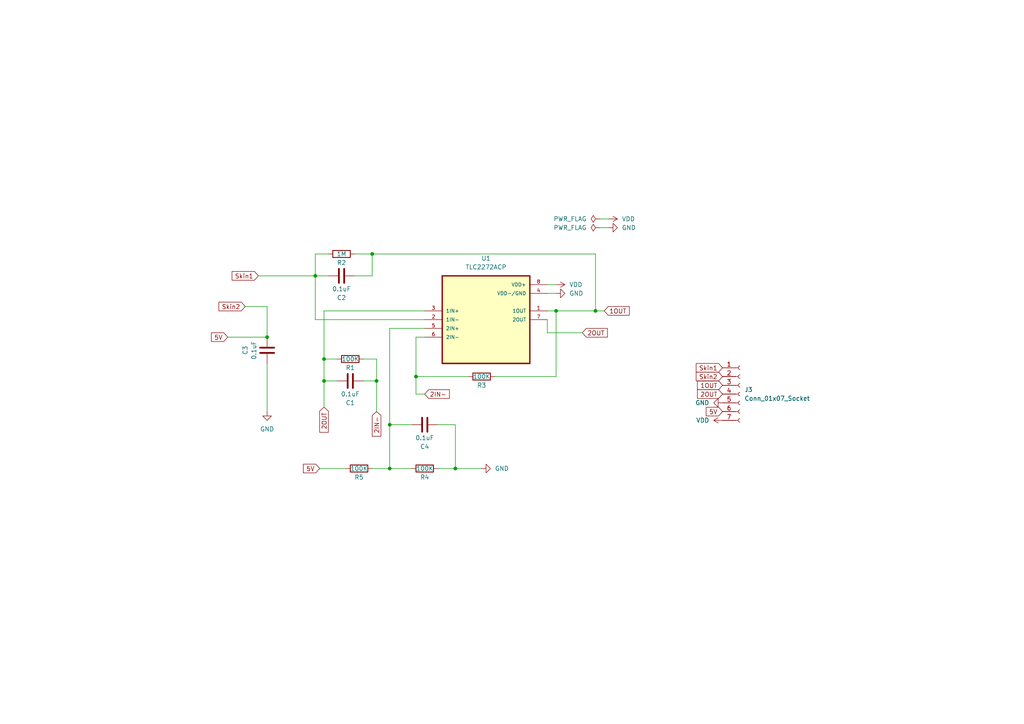
<source format=kicad_sch>
(kicad_sch (version 20230121) (generator eeschema)
  (paper "A4")
  (lib_symbols
    (symbol "Connector:Conn_01x07_Socket" (pin_names (offset 1.016) hide)
      (property "Reference" "J" (at 0 10.16 0))
      (property "Value" "Conn_01x07_Socket" (at 0 -10.16 0))
      (symbol "Conn_01x07_Socket_1_1"
        (arc (start 0 -7.112) (mid -0.5058 -7.62) (end 0 -8.128) (stroke (width 0.1524)))
        (arc (start 0 -4.572) (mid -0.5058 -5.08) (end 0 -5.588) (stroke (width 0.1524)))
        (arc (start 0 -2.032) (mid -0.5058 -2.54) (end 0 -3.048) (stroke (width 0.1524)))
        (polyline (pts (xy -1.27 -7.62) (xy -0.508 -7.62)) (stroke (width 0.1524)))
        (polyline (pts (xy -1.27 -5.08) (xy -0.508 -5.08)) (stroke (width 0.1524)))
        (polyline (pts (xy -1.27 -2.54) (xy -0.508 -2.54)) (stroke (width 0.1524)))
        (polyline (pts (xy -1.27 0) (xy -0.508 0)) (stroke (width 0.1524)))
        (polyline (pts (xy -1.27 2.54) (xy -0.508 2.54)) (stroke (width 0.1524)))
        (polyline (pts (xy -1.27 5.08) (xy -0.508 5.08)) (stroke (width 0.1524)))
        (polyline (pts (xy -1.27 7.62) (xy -0.508 7.62)) (stroke (width 0.1524)))
        (arc (start 0 0.508) (mid -0.5058 0) (end 0 -0.508) (stroke (width 0.1524)))
        (arc (start 0 3.048) (mid -0.5058 2.54) (end 0 2.032) (stroke (width 0.1524)))
        (arc (start 0 5.588) (mid -0.5058 5.08) (end 0 4.572) (stroke (width 0.1524)))
        (arc (start 0 8.128) (mid -0.5058 7.62) (end 0 7.112) (stroke (width 0.1524)))
        (pin passive line (at -5.08 7.62 0) (length 3.81) (name "Pin_1") (number "1"))
        (pin passive line (at -5.08 5.08 0) (length 3.81) (name "Pin_2") (number "2"))
        (pin passive line (at -5.08 2.54 0) (length 3.81) (name "Pin_3") (number "3"))
        (pin passive line (at -5.08 0 0) (length 3.81) (name "Pin_4") (number "4"))
        (pin passive line (at -5.08 -2.54 0) (length 3.81) (name "Pin_5") (number "5"))
        (pin passive line (at -5.08 -5.08 0) (length 3.81) (name "Pin_6") (number "6"))
        (pin passive line (at -5.08 -7.62 0) (length 3.81) (name "Pin_7") (number "7"))
      )
    )
    (symbol "Device:C" (pin_numbers hide) (pin_names (offset 0.254))
      (property "Reference" "C" (at 0.635 2.54 0))
      (property "Value" "C" (at 0.635 -2.54 0))
      (symbol "C_0_1"
        (polyline (pts (xy -2.032 -0.762) (xy 2.032 -0.762)) (stroke (width 0.508)))
        (polyline (pts (xy -2.032 0.762) (xy 2.032 0.762)) (stroke (width 0.508)))
      )
      (symbol "C_1_1"
        (pin passive line (at 0 3.81 270) (length 2.794) (name "~") (number "1"))
        (pin passive line (at 0 -3.81 90) (length 2.794) (name "~") (number "2"))
      )
    )
    (symbol "Device:R" (pin_numbers hide) (pin_names (offset 0))
      (property "Reference" "R" (at 2.032 0 90))
      (property "Value" "R" (at 0 0 90))
      (symbol "R_0_1"
        (rectangle (start -1.016 -2.54) (end 1.016 2.54) (stroke (width 0.254)))
      )
      (symbol "R_1_1"
        (pin passive line (at 0 3.81 270) (length 1.27) (name "~") (number "1"))
        (pin passive line (at 0 -3.81 90) (length 1.27) (name "~") (number "2"))
      )
    )
    (symbol "TLC2272ACP:TLC2272ACP" (pin_names (offset 1.016))
      (property "Reference" "U" (at -12.7 13.7 0))
      (property "Value" "TLC2272ACP" (at -12.7 -16.7 0))
      (symbol "TLC2272ACP_0_0"
        (rectangle (start -12.7 -12.7) (end 12.7 12.7) (stroke (width 0.41)) (fill (type background)))
        (pin output line (at 17.78 2.54 180) (length 5.08) (name "1OUT") (number "1"))
        (pin input line (at -17.78 0 0) (length 5.08) (name "1IN-") (number "2"))
        (pin input line (at -17.78 2.54 0) (length 5.08) (name "1IN+") (number "3"))
        (pin power_in line (at 17.78 7.62 180) (length 5.08) (name "VDD-/GND") (number "4"))
        (pin input line (at -17.78 -2.54 0) (length 5.08) (name "2IN+") (number "5"))
        (pin input line (at -17.78 -5.08 0) (length 5.08) (name "2IN-") (number "6"))
        (pin output line (at 17.78 0 180) (length 5.08) (name "2OUT") (number "7"))
        (pin power_in line (at 17.78 10.16 180) (length 5.08) (name "VDD+") (number "8"))
      )
    )
    (symbol "power:GND" (power) (pin_names (offset 0))
      (property "Value" "GND" (at 0 -3.81 0))
      (symbol "GND_0_1"
        (polyline (pts (xy 0 0) (xy 0 -1.27) (xy 1.27 -1.27) (xy 0 -2.54) (xy -1.27 -1.27) (xy 0 -1.27)))
      )
      (symbol "GND_1_1"
        (pin power_in line (at 0 0 270) (length 0) hide (name "GND") (number "1"))
      )
    )
    (symbol "power:PWR_FLAG" (power) (pin_numbers hide) (pin_names (offset 0) hide)
      (property "Value" "PWR_FLAG" (at 0 3.81 0))
      (symbol "PWR_FLAG_0_0"
        (pin power_out line (at 0 0 90) (length 0) (name "pwr") (number "1"))
      )
      (symbol "PWR_FLAG_0_1"
        (polyline (pts (xy 0 0) (xy 0 1.27) (xy -1.016 1.905) (xy 0 2.54) (xy 1.016 1.905) (xy 0 1.27)))
      )
    )
    (symbol "power:VDD" (power) (pin_names (offset 0))
      (property "Value" "VDD" (at 0 3.81 0))
      (symbol "VDD_0_1"
        (polyline (pts (xy -0.762 1.27) (xy 0 2.54)))
        (polyline (pts (xy 0 0) (xy 0 2.54)))
        (polyline (pts (xy 0 2.54) (xy 0.762 1.27)))
      )
      (symbol "VDD_1_1"
        (pin power_in line (at 0 0 90) (length 0) hide (name "VDD") (number "1"))
      )
    )
  )
  (junction (at 93.98 104.14))
  (junction (at 77.47 97.79))
  (junction (at 113.03 135.89))
  (junction (at 109.22 110.49))
  (junction (at 93.98 110.49))
  (junction (at 91.44 80.01))
  (junction (at 113.03 123.19))
  (junction (at 161.29 90.17))
  (junction (at 172.72 90.17))
  (junction (at 107.95 73.66))
  (junction (at 120.65 109.22))
  (junction (at 132.08 135.89))
  (wire (pts (xy 119.38 123.19) (xy 113.03 123.19)))
  (wire (pts (xy 172.72 90.17) (xy 175.26 90.17)))
  (wire (pts (xy 107.95 135.89) (xy 113.03 135.89)))
  (wire (pts (xy 123.19 95.25) (xy 113.03 95.25)))
  (wire (pts (xy 95.25 73.66) (xy 91.44 73.66)))
  (wire (pts (xy 113.03 95.25) (xy 113.03 123.19)))
  (wire (pts (xy 92.71 135.89) (xy 100.33 135.89)))
  (wire (pts (xy 77.47 105.41) (xy 77.47 119.38)))
  (wire (pts (xy 132.08 123.19) (xy 132.08 135.89)))
  (wire (pts (xy 102.87 73.66) (xy 107.95 73.66)))
  (wire (pts (xy 97.79 104.14) (xy 93.98 104.14)))
  (wire (pts (xy 71.12 88.9) (xy 77.47 88.9)))
  (wire (pts (xy 105.41 110.49) (xy 109.22 110.49)))
  (wire (pts (xy 161.29 109.22) (xy 161.29 90.17)))
  (wire (pts (xy 91.44 92.71) (xy 91.44 80.01)))
  (wire (pts (xy 143.51 109.22) (xy 161.29 109.22)))
  (wire (pts (xy 158.75 96.52) (xy 158.75 92.71)))
  (wire (pts (xy 107.95 73.66) (xy 107.95 80.01)))
  (wire (pts (xy 91.44 73.66) (xy 91.44 80.01)))
  (wire (pts (xy 113.03 135.89) (xy 119.38 135.89)))
  (wire (pts (xy 123.19 114.3) (xy 120.65 114.3)))
  (wire (pts (xy 168.91 96.52) (xy 158.75 96.52)))
  (wire (pts (xy 113.03 123.19) (xy 113.03 135.89)))
  (wire (pts (xy 66.04 97.79) (xy 77.47 97.79)))
  (wire (pts (xy 93.98 90.17) (xy 93.98 104.14)))
  (wire (pts (xy 93.98 110.49) (xy 97.79 110.49)))
  (wire (pts (xy 109.22 104.14) (xy 109.22 110.49)))
  (wire (pts (xy 109.22 110.49) (xy 109.22 119.38)))
  (wire (pts (xy 132.08 135.89) (xy 139.7 135.89)))
  (wire (pts (xy 173.99 63.5) (xy 176.53 63.5)))
  (wire (pts (xy 161.29 90.17) (xy 172.72 90.17)))
  (wire (pts (xy 158.75 82.55) (xy 161.29 82.55)))
  (wire (pts (xy 93.98 110.49) (xy 93.98 118.11)))
  (wire (pts (xy 158.75 90.17) (xy 161.29 90.17)))
  (wire (pts (xy 158.75 85.09) (xy 161.29 85.09)))
  (wire (pts (xy 91.44 80.01) (xy 95.25 80.01)))
  (wire (pts (xy 120.65 114.3) (xy 120.65 109.22)))
  (wire (pts (xy 123.19 97.79) (xy 120.65 97.79)))
  (wire (pts (xy 123.19 92.71) (xy 91.44 92.71)))
  (wire (pts (xy 135.89 109.22) (xy 120.65 109.22)))
  (wire (pts (xy 74.93 80.01) (xy 91.44 80.01)))
  (wire (pts (xy 172.72 73.66) (xy 172.72 90.17)))
  (wire (pts (xy 173.99 66.04) (xy 176.53 66.04)))
  (wire (pts (xy 105.41 104.14) (xy 109.22 104.14)))
  (wire (pts (xy 123.19 90.17) (xy 93.98 90.17)))
  (wire (pts (xy 132.08 135.89) (xy 127 135.89)))
  (wire (pts (xy 107.95 73.66) (xy 172.72 73.66)))
  (wire (pts (xy 107.95 80.01) (xy 102.87 80.01)))
  (wire (pts (xy 77.47 88.9) (xy 77.47 97.79)))
  (wire (pts (xy 127 123.19) (xy 132.08 123.19)))
  (wire (pts (xy 120.65 109.22) (xy 120.65 97.79)))
  (wire (pts (xy 93.98 104.14) (xy 93.98 110.49)))
  (global_label "5V" (shape input) (at 209.55 119.38 180) (property "Intersheetrefs" "${INTERSHEET_REFS}" (effects hide)))
  (global_label "2OUT" (shape input) (at 209.55 114.3 180) (property "Intersheetrefs" "${INTERSHEET_REFS}" (effects hide)))
  (global_label "5V" (shape input) (at 66.04 97.79 180) (property "Intersheetrefs" "${INTERSHEET_REFS}" (effects hide)))
  (global_label "Skin1" (shape input) (at 74.93 80.01 180) (property "Intersheetrefs" "${INTERSHEET_REFS}" (effects hide)))
  (global_label "Skin2" (shape input) (at 71.12 88.9 180) (property "Intersheetrefs" "${INTERSHEET_REFS}" (effects hide)))
  (global_label "Skin1" (shape input) (at 209.55 106.68 180) (property "Intersheetrefs" "${INTERSHEET_REFS}" (effects hide)))
  (global_label "2OUT" (shape input) (at 168.91 96.52 0) (property "Intersheetrefs" "${INTERSHEET_REFS}" (effects hide)))
  (global_label "5V" (shape input) (at 92.71 135.89 180) (property "Intersheetrefs" "${INTERSHEET_REFS}" (effects hide)))
  (global_label "2OUT" (shape input) (at 93.98 118.11 270) (property "Intersheetrefs" "${INTERSHEET_REFS}" (effects hide)))
  (global_label "Skin2" (shape input) (at 209.55 109.22 180) (property "Intersheetrefs" "${INTERSHEET_REFS}" (effects hide)))
  (global_label "2IN-" (shape input) (at 123.19 114.3 0) (property "Intersheetrefs" "${INTERSHEET_REFS}" (effects hide)))
  (global_label "1OUT" (shape input) (at 175.26 90.17 0) (property "Intersheetrefs" "${INTERSHEET_REFS}" (effects hide)))
  (global_label "2IN-" (shape input) (at 109.22 119.38 270) (property "Intersheetrefs" "${INTERSHEET_REFS}" (effects hide)))
  (global_label "1OUT" (shape input) (at 209.55 111.76 180) (property "Intersheetrefs" "${INTERSHEET_REFS}" (effects hide)))
  (symbol (lib_id "Connector:Conn_01x07_Socket") (at 214.63 114.3 0) (unit 1)
    (property "Reference" "J3" (at 215.9 113.03 0) (effects (justify left)))
    (property "Value" "Conn_01x07_Socket" (at 215.9 115.57 0) (effects (justify left)))
    (property "Footprint" "Connector_JST:JST_XH_B7B-XH-A_1x07_P2.50mm_Vertical" (effects hide))
  )
  (symbol (lib_id "power:GND") (at 176.53 66.04 90) (unit 1)
    (property "Reference" "#PWR05" (effects hide))
    (property "Value" "GND" (at 180.34 66.04 90) (effects (justify right)))
  )
  (symbol (lib_id "Device:C") (at 101.6 110.49 270) (unit 1)
    (property "Reference" "C1" (at 101.6 116.84 90))
    (property "Value" "0.1uF" (at 101.6 114.3 90))
    (property "Footprint" "Capacitor_THT:C_Disc_D3.0mm_W1.6mm_P2.50mm" (effects hide))
  )
  (symbol (lib_id "power:GND") (at 77.47 119.38 0) (unit 1)
    (property "Reference" "#PWR03" (effects hide))
    (property "Value" "GND" (at 77.47 124.46 0))
  )
  (symbol (lib_id "Device:R") (at 104.14 135.89 270) (unit 1)
    (property "Reference" "R5" (at 104.14 138.43 90))
    (property "Value" "100K" (at 104.14 135.89 90))
    (property "Footprint" "Resistor_THT:R_Axial_DIN0207_L6.3mm_D2.5mm_P10.16mm_Horizontal" (effects hide))
  )
  (symbol (lib_id "Device:C") (at 99.06 80.01 270) (unit 1)
    (property "Reference" "C2" (at 99.06 86.36 90))
    (property "Value" "0.1uF" (at 99.06 83.82 90))
    (property "Footprint" "Capacitor_THT:C_Disc_D3.0mm_W1.6mm_P2.50mm" (effects hide))
  )
  (symbol (lib_id "Device:R") (at 139.7 109.22 270) (unit 1)
    (property "Reference" "R3" (at 139.7 111.76 90))
    (property "Value" "100K" (at 139.7 109.22 90))
    (property "Footprint" "Resistor_THT:R_Axial_DIN0207_L6.3mm_D2.5mm_P10.16mm_Horizontal" (effects hide))
  )
  (symbol (lib_id "TLC2272ACP:TLC2272ACP") (at 140.97 92.71 0) (unit 1)
    (property "Reference" "U1" (at 140.97 74.93 0))
    (property "Value" "TLC2272ACP" (at 140.97 77.47 0))
    (property "Footprint" "TLC2272ACP:DIP794W45P254L959H508Q8" (effects hide))
  )
  (symbol (lib_id "Device:C") (at 77.47 101.6 180) (unit 1)
    (property "Reference" "C3" (at 71.12 101.6 90))
    (property "Value" "0.1uF" (at 73.66 101.6 90))
    (property "Footprint" "Capacitor_THT:C_Disc_D3.0mm_W1.6mm_P2.50mm" (effects hide))
  )
  (symbol (lib_id "power:VDD") (at 209.55 121.92 90) (unit 1)
    (property "Reference" "#PWR06" (effects hide))
    (property "Value" "VDD" (at 205.74 121.92 90) (effects (justify left)))
  )
  (symbol (lib_id "power:VDD") (at 176.53 63.5 270) (unit 1)
    (property "Reference" "#PWR04" (effects hide))
    (property "Value" "VDD" (at 180.34 63.5 90) (effects (justify left)))
  )
  (symbol (lib_id "power:GND") (at 209.55 116.84 270) (unit 1)
    (property "Reference" "#PWR08" (effects hide))
    (property "Value" "GND" (at 205.74 116.84 90) (effects (justify right)))
  )
  (symbol (lib_id "power:GND") (at 161.29 85.09 90) (unit 1)
    (property "Reference" "#PWR01" (effects hide))
    (property "Value" "GND" (at 165.1 85.09 90) (effects (justify right)))
  )
  (symbol (lib_id "Device:R") (at 99.06 73.66 270) (unit 1)
    (property "Reference" "R2" (at 99.06 76.2 90))
    (property "Value" "1M" (at 99.06 73.66 90))
    (property "Footprint" "Resistor_THT:R_Axial_DIN0207_L6.3mm_D2.5mm_P10.16mm_Horizontal" (effects hide))
  )
  (symbol (lib_id "Device:R") (at 123.19 135.89 270) (unit 1)
    (property "Reference" "R4" (at 123.19 138.43 90))
    (property "Value" "100K" (at 123.19 135.89 90))
    (property "Footprint" "Resistor_THT:R_Axial_DIN0207_L6.3mm_D2.5mm_P10.16mm_Horizontal" (effects hide))
  )
  (symbol (lib_id "power:GND") (at 139.7 135.89 90) (unit 1)
    (property "Reference" "#PWR09" (effects hide))
    (property "Value" "GND" (at 143.51 135.89 90) (effects (justify right)))
  )
  (symbol (lib_id "Device:C") (at 123.19 123.19 270) (unit 1)
    (property "Reference" "C4" (at 123.19 129.54 90))
    (property "Value" "0.1uF" (at 123.19 127 90))
    (property "Footprint" "Capacitor_THT:C_Disc_D3.0mm_W1.6mm_P2.50mm" (effects hide))
  )
  (symbol (lib_id "power:VDD") (at 161.29 82.55 270) (unit 1)
    (property "Reference" "#PWR02" (effects hide))
    (property "Value" "VDD" (at 165.1 82.55 90) (effects (justify left)))
  )
  (symbol (lib_id "power:PWR_FLAG") (at 173.99 66.04 90) (unit 1)
    (property "Reference" "#FLG02" (effects hide))
    (property "Value" "PWR_FLAG" (at 170.18 66.04 90) (effects (justify left)))
  )
  (symbol (lib_id "power:PWR_FLAG") (at 173.99 63.5 90) (unit 1)
    (property "Reference" "#FLG01" (effects hide))
    (property "Value" "PWR_FLAG" (at 170.18 63.5 90) (effects (justify left)))
  )
  (symbol (lib_id "Device:R") (at 101.6 104.14 270) (unit 1)
    (property "Reference" "R1" (at 101.6 106.68 90))
    (property "Value" "100K" (at 101.6 104.14 90))
    (property "Footprint" "Resistor_THT:R_Axial_DIN0207_L6.3mm_D2.5mm_P10.16mm_Horizontal" (effects hide))
  )
)
</source>
